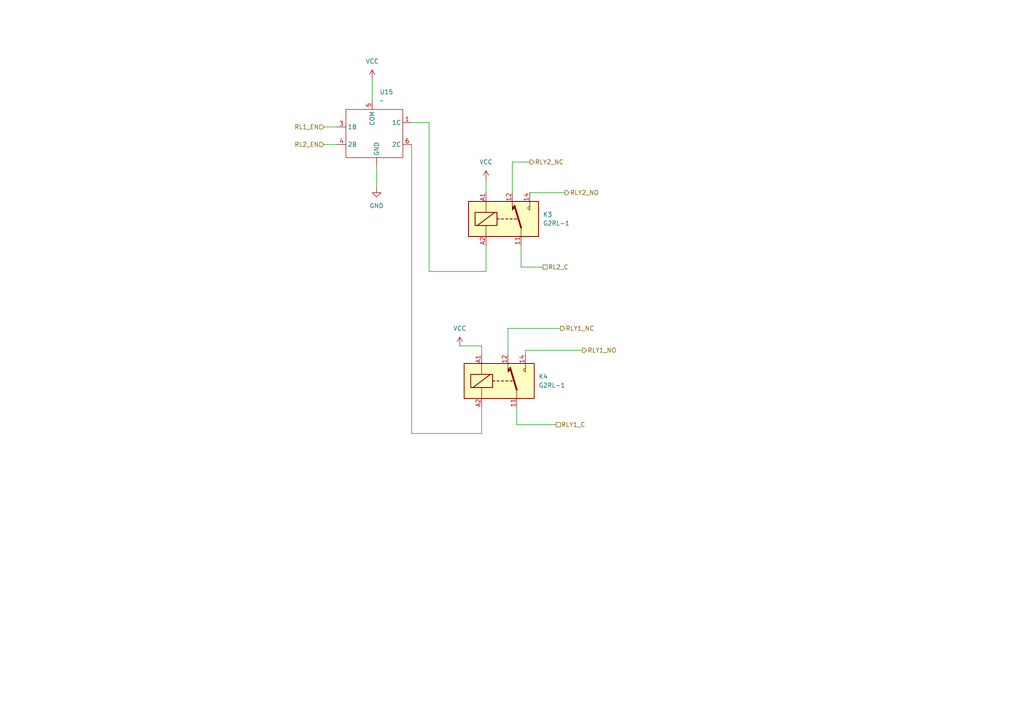
<source format=kicad_sch>
(kicad_sch
	(version 20250114)
	(generator "eeschema")
	(generator_version "9.0")
	(uuid "f0c0d355-bef8-4c0d-a8e6-fde3526caf66")
	(paper "A4")
	(lib_symbols
		(symbol "Relay:G2RL-1"
			(exclude_from_sim no)
			(in_bom yes)
			(on_board yes)
			(property "Reference" "K"
				(at 11.43 3.81 0)
				(effects
					(font
						(size 1.27 1.27)
					)
					(justify left)
				)
			)
			(property "Value" "G2RL-1"
				(at 11.43 1.27 0)
				(effects
					(font
						(size 1.27 1.27)
					)
					(justify left)
				)
			)
			(property "Footprint" "Relay_THT:Relay_SPDT_Omron_G2RL-1"
				(at 11.43 -1.27 0)
				(effects
					(font
						(size 1.27 1.27)
					)
					(justify left)
					(hide yes)
				)
			)
			(property "Datasheet" "https://omronfs.omron.com/en_US/ecb/products/pdf/en-g2rl.pdf"
				(at 0 0 0)
				(effects
					(font
						(size 1.27 1.27)
					)
					(hide yes)
				)
			)
			(property "Description" "General Purpose Low Profile Relay SPDT Through Hole, Omron G2RL series, 12A 250VAC"
				(at 0 0 0)
				(effects
					(font
						(size 1.27 1.27)
					)
					(hide yes)
				)
			)
			(property "ki_keywords" "Single Pole Relay SPDT Omron"
				(at 0 0 0)
				(effects
					(font
						(size 1.27 1.27)
					)
					(hide yes)
				)
			)
			(property "ki_fp_filters" "Relay?SPDT?Omron?G2RL*"
				(at 0 0 0)
				(effects
					(font
						(size 1.27 1.27)
					)
					(hide yes)
				)
			)
			(symbol "G2RL-1_0_0"
				(polyline
					(pts
						(xy 7.62 5.08) (xy 7.62 2.54) (xy 6.985 3.175) (xy 7.62 3.81)
					)
					(stroke
						(width 0)
						(type default)
					)
					(fill
						(type none)
					)
				)
			)
			(symbol "G2RL-1_0_1"
				(rectangle
					(start -10.16 5.08)
					(end 10.16 -5.08)
					(stroke
						(width 0.254)
						(type default)
					)
					(fill
						(type background)
					)
				)
				(rectangle
					(start -8.255 1.905)
					(end -1.905 -1.905)
					(stroke
						(width 0.254)
						(type default)
					)
					(fill
						(type none)
					)
				)
				(polyline
					(pts
						(xy -7.62 -1.905) (xy -2.54 1.905)
					)
					(stroke
						(width 0.254)
						(type default)
					)
					(fill
						(type none)
					)
				)
				(polyline
					(pts
						(xy -5.08 5.08) (xy -5.08 1.905)
					)
					(stroke
						(width 0)
						(type default)
					)
					(fill
						(type none)
					)
				)
				(polyline
					(pts
						(xy -5.08 -5.08) (xy -5.08 -1.905)
					)
					(stroke
						(width 0)
						(type default)
					)
					(fill
						(type none)
					)
				)
				(polyline
					(pts
						(xy -1.905 0) (xy -1.27 0)
					)
					(stroke
						(width 0.254)
						(type default)
					)
					(fill
						(type none)
					)
				)
				(polyline
					(pts
						(xy -0.635 0) (xy 0 0)
					)
					(stroke
						(width 0.254)
						(type default)
					)
					(fill
						(type none)
					)
				)
				(polyline
					(pts
						(xy 0.635 0) (xy 1.27 0)
					)
					(stroke
						(width 0.254)
						(type default)
					)
					(fill
						(type none)
					)
				)
				(polyline
					(pts
						(xy 1.905 0) (xy 2.54 0)
					)
					(stroke
						(width 0.254)
						(type default)
					)
					(fill
						(type none)
					)
				)
				(polyline
					(pts
						(xy 2.54 5.08) (xy 2.54 2.54) (xy 3.175 3.175) (xy 2.54 3.81)
					)
					(stroke
						(width 0)
						(type default)
					)
					(fill
						(type outline)
					)
				)
				(polyline
					(pts
						(xy 3.175 0) (xy 3.81 0)
					)
					(stroke
						(width 0.254)
						(type default)
					)
					(fill
						(type none)
					)
				)
				(polyline
					(pts
						(xy 5.08 -2.54) (xy 3.175 3.81)
					)
					(stroke
						(width 0.508)
						(type default)
					)
					(fill
						(type none)
					)
				)
				(polyline
					(pts
						(xy 5.08 -2.54) (xy 5.08 -5.08)
					)
					(stroke
						(width 0)
						(type default)
					)
					(fill
						(type none)
					)
				)
			)
			(symbol "G2RL-1_1_1"
				(pin passive line
					(at -5.08 7.62 270)
					(length 2.54)
					(name "~"
						(effects
							(font
								(size 1.27 1.27)
							)
						)
					)
					(number "A1"
						(effects
							(font
								(size 1.27 1.27)
							)
						)
					)
				)
				(pin passive line
					(at -5.08 -7.62 90)
					(length 2.54)
					(name "~"
						(effects
							(font
								(size 1.27 1.27)
							)
						)
					)
					(number "A2"
						(effects
							(font
								(size 1.27 1.27)
							)
						)
					)
				)
				(pin passive line
					(at 2.54 7.62 270)
					(length 2.54)
					(name "~"
						(effects
							(font
								(size 1.27 1.27)
							)
						)
					)
					(number "12"
						(effects
							(font
								(size 1.27 1.27)
							)
						)
					)
				)
				(pin passive line
					(at 5.08 -7.62 90)
					(length 2.54)
					(name "~"
						(effects
							(font
								(size 1.27 1.27)
							)
						)
					)
					(number "11"
						(effects
							(font
								(size 1.27 1.27)
							)
						)
					)
				)
				(pin passive line
					(at 7.62 7.62 270)
					(length 2.54)
					(name "~"
						(effects
							(font
								(size 1.27 1.27)
							)
						)
					)
					(number "14"
						(effects
							(font
								(size 1.27 1.27)
							)
						)
					)
				)
			)
			(embedded_fonts no)
		)
		(symbol "flautolibrery:RELAY_PART"
			(exclude_from_sim no)
			(in_bom yes)
			(on_board yes)
			(property "Reference" "U"
				(at 0 0 0)
				(effects
					(font
						(size 1.27 1.27)
					)
				)
			)
			(property "Value" ""
				(at 0 0 0)
				(effects
					(font
						(size 1.27 1.27)
					)
				)
			)
			(property "Footprint" ""
				(at 0 0 0)
				(effects
					(font
						(size 1.27 1.27)
					)
					(hide yes)
				)
			)
			(property "Datasheet" ""
				(at 0 0 0)
				(effects
					(font
						(size 1.27 1.27)
					)
					(hide yes)
				)
			)
			(property "Description" ""
				(at 0 0 0)
				(effects
					(font
						(size 1.27 1.27)
					)
					(hide yes)
				)
			)
			(symbol "RELAY_PART_0_1"
				(rectangle
					(start 1.27 0)
					(end 17.78 -13.97)
					(stroke
						(width 0)
						(type default)
					)
					(fill
						(type none)
					)
				)
			)
			(symbol "RELAY_PART_1_1"
				(pin input line
					(at -1.27 -5.08 0)
					(length 2.54)
					(name "1B"
						(effects
							(font
								(size 1.27 1.27)
							)
						)
					)
					(number "3"
						(effects
							(font
								(size 1.27 1.27)
							)
						)
					)
				)
				(pin input line
					(at -1.27 -10.16 0)
					(length 2.54)
					(name "2B"
						(effects
							(font
								(size 1.27 1.27)
							)
						)
					)
					(number "4"
						(effects
							(font
								(size 1.27 1.27)
							)
						)
					)
				)
				(pin input line
					(at 8.89 2.54 270)
					(length 2.54)
					(name "COM"
						(effects
							(font
								(size 1.27 1.27)
							)
						)
					)
					(number "5"
						(effects
							(font
								(size 1.27 1.27)
							)
						)
					)
				)
				(pin input line
					(at 10.16 -16.51 90)
					(length 2.54)
					(name "GND"
						(effects
							(font
								(size 1.27 1.27)
							)
						)
					)
					(number ""
						(effects
							(font
								(size 1.27 1.27)
							)
						)
					)
				)
				(pin input line
					(at 20.32 -3.81 180)
					(length 2.54)
					(name "1C"
						(effects
							(font
								(size 1.27 1.27)
							)
						)
					)
					(number "1"
						(effects
							(font
								(size 1.27 1.27)
							)
						)
					)
				)
				(pin input line
					(at 20.32 -10.16 180)
					(length 2.54)
					(name "2C"
						(effects
							(font
								(size 1.27 1.27)
							)
						)
					)
					(number "6"
						(effects
							(font
								(size 1.27 1.27)
							)
						)
					)
				)
			)
			(embedded_fonts no)
		)
		(symbol "power:GND"
			(power)
			(pin_numbers
				(hide yes)
			)
			(pin_names
				(offset 0)
				(hide yes)
			)
			(exclude_from_sim no)
			(in_bom yes)
			(on_board yes)
			(property "Reference" "#PWR"
				(at 0 -6.35 0)
				(effects
					(font
						(size 1.27 1.27)
					)
					(hide yes)
				)
			)
			(property "Value" "GND"
				(at 0 -3.81 0)
				(effects
					(font
						(size 1.27 1.27)
					)
				)
			)
			(property "Footprint" ""
				(at 0 0 0)
				(effects
					(font
						(size 1.27 1.27)
					)
					(hide yes)
				)
			)
			(property "Datasheet" ""
				(at 0 0 0)
				(effects
					(font
						(size 1.27 1.27)
					)
					(hide yes)
				)
			)
			(property "Description" "Power symbol creates a global label with name \"GND\" , ground"
				(at 0 0 0)
				(effects
					(font
						(size 1.27 1.27)
					)
					(hide yes)
				)
			)
			(property "ki_keywords" "global power"
				(at 0 0 0)
				(effects
					(font
						(size 1.27 1.27)
					)
					(hide yes)
				)
			)
			(symbol "GND_0_1"
				(polyline
					(pts
						(xy 0 0) (xy 0 -1.27) (xy 1.27 -1.27) (xy 0 -2.54) (xy -1.27 -1.27) (xy 0 -1.27)
					)
					(stroke
						(width 0)
						(type default)
					)
					(fill
						(type none)
					)
				)
			)
			(symbol "GND_1_1"
				(pin power_in line
					(at 0 0 270)
					(length 0)
					(name "~"
						(effects
							(font
								(size 1.27 1.27)
							)
						)
					)
					(number "1"
						(effects
							(font
								(size 1.27 1.27)
							)
						)
					)
				)
			)
			(embedded_fonts no)
		)
		(symbol "power:VCC"
			(power)
			(pin_numbers
				(hide yes)
			)
			(pin_names
				(offset 0)
				(hide yes)
			)
			(exclude_from_sim no)
			(in_bom yes)
			(on_board yes)
			(property "Reference" "#PWR"
				(at 0 -3.81 0)
				(effects
					(font
						(size 1.27 1.27)
					)
					(hide yes)
				)
			)
			(property "Value" "VCC"
				(at 0 3.556 0)
				(effects
					(font
						(size 1.27 1.27)
					)
				)
			)
			(property "Footprint" ""
				(at 0 0 0)
				(effects
					(font
						(size 1.27 1.27)
					)
					(hide yes)
				)
			)
			(property "Datasheet" ""
				(at 0 0 0)
				(effects
					(font
						(size 1.27 1.27)
					)
					(hide yes)
				)
			)
			(property "Description" "Power symbol creates a global label with name \"VCC\""
				(at 0 0 0)
				(effects
					(font
						(size 1.27 1.27)
					)
					(hide yes)
				)
			)
			(property "ki_keywords" "global power"
				(at 0 0 0)
				(effects
					(font
						(size 1.27 1.27)
					)
					(hide yes)
				)
			)
			(symbol "VCC_0_1"
				(polyline
					(pts
						(xy -0.762 1.27) (xy 0 2.54)
					)
					(stroke
						(width 0)
						(type default)
					)
					(fill
						(type none)
					)
				)
				(polyline
					(pts
						(xy 0 2.54) (xy 0.762 1.27)
					)
					(stroke
						(width 0)
						(type default)
					)
					(fill
						(type none)
					)
				)
				(polyline
					(pts
						(xy 0 0) (xy 0 2.54)
					)
					(stroke
						(width 0)
						(type default)
					)
					(fill
						(type none)
					)
				)
			)
			(symbol "VCC_1_1"
				(pin power_in line
					(at 0 0 90)
					(length 0)
					(name "~"
						(effects
							(font
								(size 1.27 1.27)
							)
						)
					)
					(number "1"
						(effects
							(font
								(size 1.27 1.27)
							)
						)
					)
				)
			)
			(embedded_fonts no)
		)
	)
	(wire
		(pts
			(xy 93.98 41.91) (xy 97.79 41.91)
		)
		(stroke
			(width 0)
			(type default)
		)
		(uuid "04c4c06c-8b2e-4aa1-84a9-dacf2d7d8428")
	)
	(wire
		(pts
			(xy 153.67 55.88) (xy 163.83 55.88)
		)
		(stroke
			(width 0)
			(type default)
		)
		(uuid "3ce397b0-b17b-4eaf-b4e5-7217c5196d7d")
	)
	(wire
		(pts
			(xy 148.59 55.88) (xy 148.59 46.99)
		)
		(stroke
			(width 0)
			(type default)
		)
		(uuid "50c6ad9e-a1d0-4048-8d04-9b9dc55ca4b2")
	)
	(wire
		(pts
			(xy 109.22 48.26) (xy 109.22 54.61)
		)
		(stroke
			(width 0)
			(type default)
		)
		(uuid "57782602-8656-4992-a86d-15f5ab196430")
	)
	(wire
		(pts
			(xy 93.98 36.83) (xy 97.79 36.83)
		)
		(stroke
			(width 0)
			(type default)
		)
		(uuid "59d42860-5f01-4cef-8b4d-ef9516818957")
	)
	(wire
		(pts
			(xy 152.4 101.6) (xy 168.91 101.6)
		)
		(stroke
			(width 0)
			(type default)
		)
		(uuid "64787a9b-f609-410b-b340-4d9c09b98b33")
	)
	(wire
		(pts
			(xy 140.97 52.07) (xy 140.97 55.88)
		)
		(stroke
			(width 0)
			(type default)
		)
		(uuid "64a9f3fb-6fa2-4864-9067-f7cfcc84a9ee")
	)
	(wire
		(pts
			(xy 149.86 118.11) (xy 149.86 123.19)
		)
		(stroke
			(width 0)
			(type default)
		)
		(uuid "696c5075-f4d2-4bb0-a6eb-8e35380fdf35")
	)
	(wire
		(pts
			(xy 157.48 77.47) (xy 151.13 77.47)
		)
		(stroke
			(width 0)
			(type default)
		)
		(uuid "6e381997-dab9-48f4-9907-88587915704f")
	)
	(wire
		(pts
			(xy 151.13 77.47) (xy 151.13 71.12)
		)
		(stroke
			(width 0)
			(type default)
		)
		(uuid "70c385b2-9b70-4e43-b1d8-c32e92508771")
	)
	(wire
		(pts
			(xy 124.46 35.56) (xy 124.46 78.74)
		)
		(stroke
			(width 0)
			(type default)
		)
		(uuid "89e6d158-8db5-450c-a779-1c2fa6169362")
	)
	(wire
		(pts
			(xy 139.7 125.73) (xy 139.7 118.11)
		)
		(stroke
			(width 0)
			(type default)
		)
		(uuid "94bae566-02aa-40f6-a908-94b25eb392b8")
	)
	(wire
		(pts
			(xy 140.97 78.74) (xy 140.97 71.12)
		)
		(stroke
			(width 0)
			(type default)
		)
		(uuid "a4ffdbd2-22df-4194-8a61-ff7b184f670e")
	)
	(wire
		(pts
			(xy 107.95 22.86) (xy 107.95 29.21)
		)
		(stroke
			(width 0)
			(type default)
		)
		(uuid "a79be478-3d6c-4789-805d-6fa5955093b6")
	)
	(wire
		(pts
			(xy 147.32 95.25) (xy 162.56 95.25)
		)
		(stroke
			(width 0)
			(type default)
		)
		(uuid "b13e56fb-5e50-4737-b6d3-e56d1f3d4672")
	)
	(wire
		(pts
			(xy 119.38 35.56) (xy 124.46 35.56)
		)
		(stroke
			(width 0)
			(type default)
		)
		(uuid "b2196bf4-c122-4bb5-bcbf-1c0c1c6ba2b8")
	)
	(wire
		(pts
			(xy 124.46 78.74) (xy 140.97 78.74)
		)
		(stroke
			(width 0)
			(type default)
		)
		(uuid "b3b0b865-e1ff-4e1b-8435-31ca75974e00")
	)
	(wire
		(pts
			(xy 148.59 46.99) (xy 153.67 46.99)
		)
		(stroke
			(width 0)
			(type default)
		)
		(uuid "bbfe3fb2-b044-40f4-a57f-a3cfcb45f83b")
	)
	(wire
		(pts
			(xy 149.86 123.19) (xy 161.29 123.19)
		)
		(stroke
			(width 0)
			(type default)
		)
		(uuid "c72aac4e-0bc8-4406-9e38-12f140ac71b8")
	)
	(wire
		(pts
			(xy 119.38 125.73) (xy 139.7 125.73)
		)
		(stroke
			(width 0)
			(type default)
		)
		(uuid "c7baa524-e194-440c-bb4f-70dbd369eaa9")
	)
	(wire
		(pts
			(xy 152.4 102.87) (xy 152.4 101.6)
		)
		(stroke
			(width 0)
			(type default)
		)
		(uuid "ccf90029-8ad6-4ff7-a2a4-432d1033afd8")
	)
	(wire
		(pts
			(xy 147.32 102.87) (xy 147.32 95.25)
		)
		(stroke
			(width 0)
			(type default)
		)
		(uuid "ce811ecf-6026-448c-83f4-018320158c5f")
	)
	(wire
		(pts
			(xy 119.38 41.91) (xy 119.38 125.73)
		)
		(stroke
			(width 0)
			(type default)
		)
		(uuid "ebd56e11-96a1-4fc8-b621-903e55e4df27")
	)
	(wire
		(pts
			(xy 133.35 100.33) (xy 139.7 100.33)
		)
		(stroke
			(width 0)
			(type default)
		)
		(uuid "ebee1216-88bd-4269-b065-0a75c955d893")
	)
	(wire
		(pts
			(xy 139.7 102.87) (xy 139.7 100.33)
		)
		(stroke
			(width 0)
			(type default)
		)
		(uuid "ec8fe67b-7028-4a16-9704-11af881c81af")
	)
	(hierarchical_label "RL1_EN"
		(shape input)
		(at 93.98 36.83 180)
		(effects
			(font
				(size 1.27 1.27)
			)
			(justify right)
		)
		(uuid "12dca8f2-6be2-4642-a0ea-0e2fa78b47d9")
	)
	(hierarchical_label "RLY2_NC"
		(shape output)
		(at 153.67 46.99 0)
		(effects
			(font
				(size 1.27 1.27)
			)
			(justify left)
		)
		(uuid "27b9f241-5d0e-47ae-b217-8bd12d8db53c")
	)
	(hierarchical_label "RL2_EN"
		(shape input)
		(at 93.98 41.91 180)
		(effects
			(font
				(size 1.27 1.27)
			)
			(justify right)
		)
		(uuid "59113f7b-4276-47e9-b996-83415b7a7456")
	)
	(hierarchical_label "RLY1_C"
		(shape passive)
		(at 161.29 123.19 0)
		(effects
			(font
				(size 1.27 1.27)
			)
			(justify left)
		)
		(uuid "80fa3509-1f02-4f6b-b757-77da01a73e66")
	)
	(hierarchical_label "RLY1_NC"
		(shape output)
		(at 162.56 95.25 0)
		(effects
			(font
				(size 1.27 1.27)
			)
			(justify left)
		)
		(uuid "8b52caf0-1c07-4257-b5bb-d37a9f9488d2")
	)
	(hierarchical_label "RLY1_NO"
		(shape output)
		(at 168.91 101.6 0)
		(effects
			(font
				(size 1.27 1.27)
			)
			(justify left)
		)
		(uuid "b2d58568-e74a-4707-a655-2137ef8d6a8b")
	)
	(hierarchical_label "RL2_C"
		(shape passive)
		(at 157.48 77.47 0)
		(effects
			(font
				(size 1.27 1.27)
			)
			(justify left)
		)
		(uuid "bff96a72-1a4b-45ee-93d5-aa58c0938756")
	)
	(hierarchical_label "RLY2_NO"
		(shape output)
		(at 163.83 55.88 0)
		(effects
			(font
				(size 1.27 1.27)
			)
			(justify left)
		)
		(uuid "e88d8c08-8302-40b6-8fcb-994fc443e8a8")
	)
	(symbol
		(lib_id "Relay:G2RL-1")
		(at 144.78 110.49 0)
		(unit 1)
		(exclude_from_sim no)
		(in_bom yes)
		(on_board yes)
		(dnp no)
		(fields_autoplaced yes)
		(uuid "53a0cc23-ee23-41f6-aaf6-f75dc9fdcb6d")
		(property "Reference" "K4"
			(at 156.21 109.2199 0)
			(effects
				(font
					(size 1.27 1.27)
				)
				(justify left)
			)
		)
		(property "Value" "G2RL-1"
			(at 156.21 111.7599 0)
			(effects
				(font
					(size 1.27 1.27)
				)
				(justify left)
			)
		)
		(property "Footprint" "Relay_THT:Relay_SPDT_Omron_G2RL-1"
			(at 156.21 111.76 0)
			(effects
				(font
					(size 1.27 1.27)
				)
				(justify left)
				(hide yes)
			)
		)
		(property "Datasheet" "https://omronfs.omron.com/en_US/ecb/products/pdf/en-g2rl.pdf"
			(at 144.78 110.49 0)
			(effects
				(font
					(size 1.27 1.27)
				)
				(hide yes)
			)
		)
		(property "Description" "General Purpose Low Profile Relay SPDT Through Hole, Omron G2RL series, 12A 250VAC"
			(at 144.78 110.49 0)
			(effects
				(font
					(size 1.27 1.27)
				)
				(hide yes)
			)
		)
		(pin "14"
			(uuid "913b0545-32cd-4be1-b1d8-0b904a0f9841")
		)
		(pin "12"
			(uuid "10dd909d-b521-4f9b-884b-a5deb0d5b7e3")
		)
		(pin "A2"
			(uuid "6abdfe5c-c2bd-41a8-8671-08907f7255c5")
		)
		(pin "11"
			(uuid "bac7ffe9-ec16-4bb0-99fd-f3258edb3729")
		)
		(pin "A1"
			(uuid "4369b2df-fad7-411e-8b1a-a8eaa5dabed7")
		)
		(instances
			(project "NIVARA PROJECT"
				(path "/dc6fb271-dfd0-4448-98f1-862b1cc93a80/2ca62569-d560-4cca-9470-52fd378086ae/9b21e9e5-b655-49f0-9137-b3f6338b9f64"
					(reference "K4")
					(unit 1)
				)
			)
		)
	)
	(symbol
		(lib_id "flautolibrery:RELAY_PART")
		(at 99.06 31.75 0)
		(unit 1)
		(exclude_from_sim no)
		(in_bom yes)
		(on_board yes)
		(dnp no)
		(fields_autoplaced yes)
		(uuid "58530df9-7133-4987-a44e-ee9fcf843f6c")
		(property "Reference" "U15"
			(at 110.0933 26.67 0)
			(effects
				(font
					(size 1.27 1.27)
				)
				(justify left)
			)
		)
		(property "Value" "~"
			(at 110.0933 29.21 0)
			(effects
				(font
					(size 1.27 1.27)
				)
				(justify left)
			)
		)
		(property "Footprint" ""
			(at 99.06 31.75 0)
			(effects
				(font
					(size 1.27 1.27)
				)
				(hide yes)
			)
		)
		(property "Datasheet" ""
			(at 99.06 31.75 0)
			(effects
				(font
					(size 1.27 1.27)
				)
				(hide yes)
			)
		)
		(property "Description" ""
			(at 99.06 31.75 0)
			(effects
				(font
					(size 1.27 1.27)
				)
				(hide yes)
			)
		)
		(pin "1"
			(uuid "1a184a98-6380-4f5d-8d3d-a921fc47f670")
		)
		(pin "4"
			(uuid "43bef2e4-b8e1-448f-8b79-3f2dd9a3772d")
		)
		(pin "5"
			(uuid "40b4360a-c558-4351-854e-92eb1e0b2b49")
		)
		(pin ""
			(uuid "9d83b5fe-8fda-4132-93d3-df590cdfd41f")
		)
		(pin "3"
			(uuid "3928a60e-434c-4db2-b0fa-4a813968d9f6")
		)
		(pin "6"
			(uuid "dd1d9643-afe8-475d-a516-2f9adca9cef7")
		)
		(instances
			(project ""
				(path "/dc6fb271-dfd0-4448-98f1-862b1cc93a80/2ca62569-d560-4cca-9470-52fd378086ae/9b21e9e5-b655-49f0-9137-b3f6338b9f64"
					(reference "U15")
					(unit 1)
				)
			)
		)
	)
	(symbol
		(lib_id "Relay:G2RL-1")
		(at 146.05 63.5 0)
		(unit 1)
		(exclude_from_sim no)
		(in_bom yes)
		(on_board yes)
		(dnp no)
		(fields_autoplaced yes)
		(uuid "5ef310be-545f-4271-8265-dce3bc7130c9")
		(property "Reference" "K3"
			(at 157.48 62.2299 0)
			(effects
				(font
					(size 1.27 1.27)
				)
				(justify left)
			)
		)
		(property "Value" "G2RL-1"
			(at 157.48 64.7699 0)
			(effects
				(font
					(size 1.27 1.27)
				)
				(justify left)
			)
		)
		(property "Footprint" "Relay_THT:Relay_SPDT_Omron_G2RL-1"
			(at 157.48 64.77 0)
			(effects
				(font
					(size 1.27 1.27)
				)
				(justify left)
				(hide yes)
			)
		)
		(property "Datasheet" "https://omronfs.omron.com/en_US/ecb/products/pdf/en-g2rl.pdf"
			(at 146.05 63.5 0)
			(effects
				(font
					(size 1.27 1.27)
				)
				(hide yes)
			)
		)
		(property "Description" "General Purpose Low Profile Relay SPDT Through Hole, Omron G2RL series, 12A 250VAC"
			(at 146.05 63.5 0)
			(effects
				(font
					(size 1.27 1.27)
				)
				(hide yes)
			)
		)
		(pin "14"
			(uuid "b8d590f2-2397-43b5-902a-1faad1497f2b")
		)
		(pin "12"
			(uuid "02479fec-bc93-465d-9516-12e8a0175012")
		)
		(pin "A2"
			(uuid "4a488cc8-12e9-43f0-8e75-e7f06816aeab")
		)
		(pin "11"
			(uuid "a73cc4ba-23db-43fe-8d22-17b33c83a442")
		)
		(pin "A1"
			(uuid "c4e89f90-0304-4f40-8830-f65d4a1721e0")
		)
		(instances
			(project "NIVARA PROJECT"
				(path "/dc6fb271-dfd0-4448-98f1-862b1cc93a80/2ca62569-d560-4cca-9470-52fd378086ae/9b21e9e5-b655-49f0-9137-b3f6338b9f64"
					(reference "K3")
					(unit 1)
				)
			)
		)
	)
	(symbol
		(lib_id "power:GND")
		(at 109.22 54.61 0)
		(unit 1)
		(exclude_from_sim no)
		(in_bom yes)
		(on_board yes)
		(dnp no)
		(fields_autoplaced yes)
		(uuid "cdf7bfc7-ff70-4464-8684-24ff87885fef")
		(property "Reference" "#PWR024"
			(at 109.22 60.96 0)
			(effects
				(font
					(size 1.27 1.27)
				)
				(hide yes)
			)
		)
		(property "Value" "GND"
			(at 109.22 59.69 0)
			(effects
				(font
					(size 1.27 1.27)
				)
			)
		)
		(property "Footprint" ""
			(at 109.22 54.61 0)
			(effects
				(font
					(size 1.27 1.27)
				)
				(hide yes)
			)
		)
		(property "Datasheet" ""
			(at 109.22 54.61 0)
			(effects
				(font
					(size 1.27 1.27)
				)
				(hide yes)
			)
		)
		(property "Description" "Power symbol creates a global label with name \"GND\" , ground"
			(at 109.22 54.61 0)
			(effects
				(font
					(size 1.27 1.27)
				)
				(hide yes)
			)
		)
		(pin "1"
			(uuid "5190fa94-48b1-4ee7-9ff2-ed5cbc5753a5")
		)
		(instances
			(project "NIVARA PROJECT"
				(path "/dc6fb271-dfd0-4448-98f1-862b1cc93a80/2ca62569-d560-4cca-9470-52fd378086ae/9b21e9e5-b655-49f0-9137-b3f6338b9f64"
					(reference "#PWR024")
					(unit 1)
				)
			)
		)
	)
	(symbol
		(lib_id "power:VCC")
		(at 107.95 22.86 0)
		(unit 1)
		(exclude_from_sim no)
		(in_bom yes)
		(on_board yes)
		(dnp no)
		(fields_autoplaced yes)
		(uuid "ef8de057-98bc-4e3d-9bbe-354ae9fda173")
		(property "Reference" "#PWR023"
			(at 107.95 26.67 0)
			(effects
				(font
					(size 1.27 1.27)
				)
				(hide yes)
			)
		)
		(property "Value" "VCC"
			(at 107.95 17.78 0)
			(effects
				(font
					(size 1.27 1.27)
				)
			)
		)
		(property "Footprint" ""
			(at 107.95 22.86 0)
			(effects
				(font
					(size 1.27 1.27)
				)
				(hide yes)
			)
		)
		(property "Datasheet" ""
			(at 107.95 22.86 0)
			(effects
				(font
					(size 1.27 1.27)
				)
				(hide yes)
			)
		)
		(property "Description" "Power symbol creates a global label with name \"VCC\""
			(at 107.95 22.86 0)
			(effects
				(font
					(size 1.27 1.27)
				)
				(hide yes)
			)
		)
		(pin "1"
			(uuid "b143c451-740d-4096-8bdc-d3e163034294")
		)
		(instances
			(project "NIVARA PROJECT"
				(path "/dc6fb271-dfd0-4448-98f1-862b1cc93a80/2ca62569-d560-4cca-9470-52fd378086ae/9b21e9e5-b655-49f0-9137-b3f6338b9f64"
					(reference "#PWR023")
					(unit 1)
				)
			)
		)
	)
	(symbol
		(lib_id "power:VCC")
		(at 140.97 52.07 0)
		(unit 1)
		(exclude_from_sim no)
		(in_bom yes)
		(on_board yes)
		(dnp no)
		(fields_autoplaced yes)
		(uuid "f1e54191-314f-41bf-8845-53826acd9d28")
		(property "Reference" "#PWR025"
			(at 140.97 55.88 0)
			(effects
				(font
					(size 1.27 1.27)
				)
				(hide yes)
			)
		)
		(property "Value" "VCC"
			(at 140.97 46.99 0)
			(effects
				(font
					(size 1.27 1.27)
				)
			)
		)
		(property "Footprint" ""
			(at 140.97 52.07 0)
			(effects
				(font
					(size 1.27 1.27)
				)
				(hide yes)
			)
		)
		(property "Datasheet" ""
			(at 140.97 52.07 0)
			(effects
				(font
					(size 1.27 1.27)
				)
				(hide yes)
			)
		)
		(property "Description" "Power symbol creates a global label with name \"VCC\""
			(at 140.97 52.07 0)
			(effects
				(font
					(size 1.27 1.27)
				)
				(hide yes)
			)
		)
		(pin "1"
			(uuid "77c17901-c2e4-44c6-ac23-ffd3363e4d25")
		)
		(instances
			(project "NIVARA PROJECT"
				(path "/dc6fb271-dfd0-4448-98f1-862b1cc93a80/2ca62569-d560-4cca-9470-52fd378086ae/9b21e9e5-b655-49f0-9137-b3f6338b9f64"
					(reference "#PWR025")
					(unit 1)
				)
			)
		)
	)
	(symbol
		(lib_id "power:VCC")
		(at 133.35 100.33 0)
		(unit 1)
		(exclude_from_sim no)
		(in_bom yes)
		(on_board yes)
		(dnp no)
		(fields_autoplaced yes)
		(uuid "ff8d7192-8bcf-429b-9525-09f554ea9f5e")
		(property "Reference" "#PWR055"
			(at 133.35 104.14 0)
			(effects
				(font
					(size 1.27 1.27)
				)
				(hide yes)
			)
		)
		(property "Value" "VCC"
			(at 133.35 95.25 0)
			(effects
				(font
					(size 1.27 1.27)
				)
			)
		)
		(property "Footprint" ""
			(at 133.35 100.33 0)
			(effects
				(font
					(size 1.27 1.27)
				)
				(hide yes)
			)
		)
		(property "Datasheet" ""
			(at 133.35 100.33 0)
			(effects
				(font
					(size 1.27 1.27)
				)
				(hide yes)
			)
		)
		(property "Description" "Power symbol creates a global label with name \"VCC\""
			(at 133.35 100.33 0)
			(effects
				(font
					(size 1.27 1.27)
				)
				(hide yes)
			)
		)
		(pin "1"
			(uuid "5fc232fa-8ed9-4789-ac6b-cb33a796110c")
		)
		(instances
			(project "NIVARA PROJECT"
				(path "/dc6fb271-dfd0-4448-98f1-862b1cc93a80/2ca62569-d560-4cca-9470-52fd378086ae/9b21e9e5-b655-49f0-9137-b3f6338b9f64"
					(reference "#PWR055")
					(unit 1)
				)
			)
		)
	)
)

</source>
